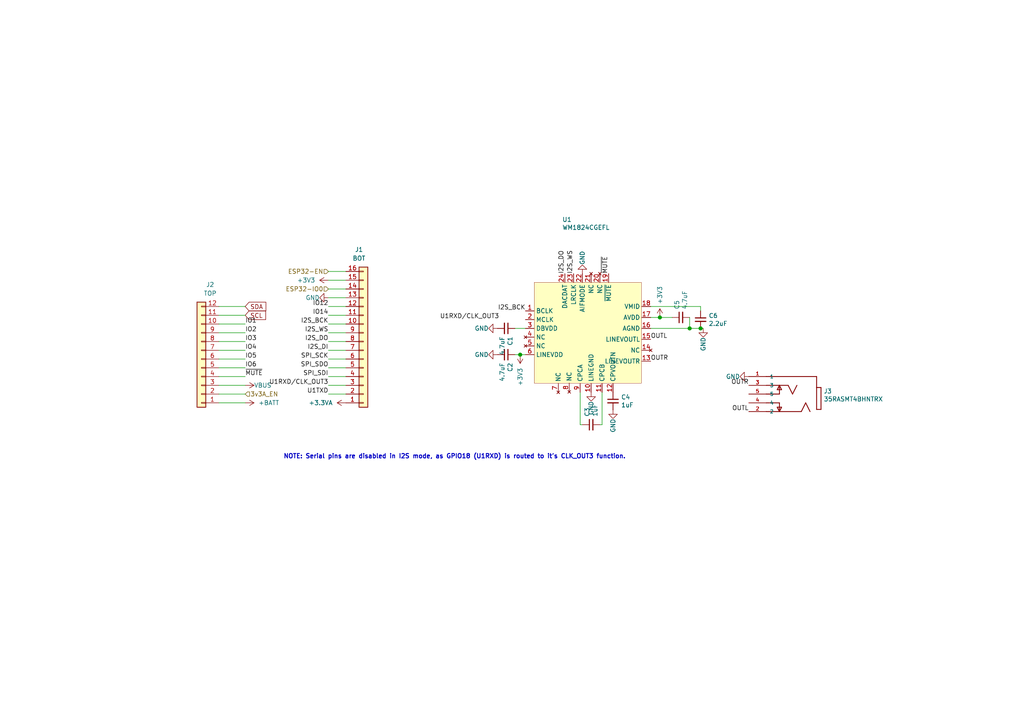
<source format=kicad_sch>
(kicad_sch (version 20210406) (generator eeschema)
  (paper "A4")
  (lib_symbols
    (symbol "35RASMT4BHNTRX:35RASMT4BHNTRX" (pin_names (offset 1.016))
      (property "Reference" "J" (at -22.86 7.62 0))
      (property "Value" "35RASMT4BHNTRX" (at -22.8854 -7.62 0))
      (symbol "35RASMT4BHNTRX_0_0"
        (polyline (pts (xy -20.955 -1.905) (xy -19.685 -1.905)) (stroke (width 0.254)))
        (polyline (pts (xy -20.955 4.445) (xy -20.955 -1.905)) (stroke (width 0.254)))
        (polyline (pts (xy -19.685 -5.08) (xy -19.685 -1.905)) (stroke (width 0.254)))
        (polyline (pts (xy -19.685 -1.905) (xy -19.685 4.445)) (stroke (width 0.254)))
        (polyline (pts (xy -19.685 4.445) (xy -20.955 4.445)) (stroke (width 0.254)))
        (polyline (pts (xy -16.51 2.54) (xy -17.78 5.08)) (stroke (width 0.254)))
        (polyline (pts (xy -15.24 5.08) (xy -16.51 2.54)) (stroke (width 0.254)))
        (polyline (pts (xy -12.7 0) (xy -13.97 -2.54)) (stroke (width 0.254)))
        (polyline (pts (xy -11.43 -2.54) (xy -12.7 0)) (stroke (width 0.254)))
        (polyline (pts (xy -9.525 -1.27) (xy -8.255 -1.27)) (stroke (width 0.254)))
        (polyline (pts (xy -9.525 3.81) (xy -8.255 3.81)) (stroke (width 0.254)))
        (polyline (pts (xy -8.89 -2.54) (xy -11.43 -2.54)) (stroke (width 0.254)))
        (polyline (pts (xy -8.89 -2.54) (xy -9.525 -1.27)) (stroke (width 0.254)))
        (polyline (pts (xy -8.89 0) (xy -8.89 -2.54)) (stroke (width 0.254)))
        (polyline (pts (xy -8.89 2.54) (xy -8.89 5.08)) (stroke (width 0.254)))
        (polyline (pts (xy -8.89 5.08) (xy -15.24 5.08)) (stroke (width 0.254)))
        (polyline (pts (xy -8.89 5.08) (xy -9.525 3.81)) (stroke (width 0.254)))
        (polyline (pts (xy -8.255 -1.27) (xy -8.89 -2.54)) (stroke (width 0.254)))
        (polyline (pts (xy -8.255 3.81) (xy -8.89 5.08)) (stroke (width 0.254)))
        (polyline (pts (xy -5.08 -5.08) (xy -19.685 -5.08)) (stroke (width 0.254)))
        (polyline (pts (xy -5.08 -2.54) (xy -8.89 -2.54)) (stroke (width 0.254)))
        (polyline (pts (xy -5.08 0) (xy -8.89 0)) (stroke (width 0.254)))
        (polyline (pts (xy -5.08 2.54) (xy -8.89 2.54)) (stroke (width 0.254)))
        (polyline (pts (xy -5.08 5.08) (xy -8.89 5.08)) (stroke (width 0.254)))
        (pin passive line (at 0 -5.08 180) (length 5.08) (name "1") (number "1"))
        (pin passive line (at 0 5.08 180) (length 5.08) (name "2") (number "2"))
        (pin passive line (at 0 -2.54 180) (length 5.08) (name "3") (number "3"))
        (pin passive line (at 0 2.54 180) (length 5.08) (name "4") (number "4"))
        (pin passive line (at 0 0 180) (length 5.08) (name "5") (number "5"))
      )
    )
    (symbol "Connector_Generic:Conn_01x12" (pin_names (offset 1.016) hide)
      (property "Reference" "J" (at 0 15.24 0))
      (property "Value" "Conn_01x12" (at 0 -17.78 0))
      (symbol "Conn_01x12_1_1"
        (rectangle (start -1.27 -15.113) (end 0 -15.367) (stroke (width 0.1524)))
        (rectangle (start -1.27 -12.573) (end 0 -12.827) (stroke (width 0.1524)))
        (rectangle (start -1.27 -10.033) (end 0 -10.287) (stroke (width 0.1524)))
        (rectangle (start -1.27 -7.493) (end 0 -7.747) (stroke (width 0.1524)))
        (rectangle (start -1.27 -4.953) (end 0 -5.207) (stroke (width 0.1524)))
        (rectangle (start -1.27 -2.413) (end 0 -2.667) (stroke (width 0.1524)))
        (rectangle (start -1.27 0.127) (end 0 -0.127) (stroke (width 0.1524)))
        (rectangle (start -1.27 2.667) (end 0 2.413) (stroke (width 0.1524)))
        (rectangle (start -1.27 5.207) (end 0 4.953) (stroke (width 0.1524)))
        (rectangle (start -1.27 7.747) (end 0 7.493) (stroke (width 0.1524)))
        (rectangle (start -1.27 10.287) (end 0 10.033) (stroke (width 0.1524)))
        (rectangle (start -1.27 12.827) (end 0 12.573) (stroke (width 0.1524)))
        (rectangle (start -1.27 13.97) (end 1.27 -16.51) (stroke (width 0.254)) (fill (type background)))
        (pin passive line (at -5.08 12.7 0) (length 3.81) (name "Pin_1") (number "1"))
        (pin passive line (at -5.08 -10.16 0) (length 3.81) (name "Pin_10") (number "10"))
        (pin passive line (at -5.08 -12.7 0) (length 3.81) (name "Pin_11") (number "11"))
        (pin passive line (at -5.08 -15.24 0) (length 3.81) (name "Pin_12") (number "12"))
        (pin passive line (at -5.08 10.16 0) (length 3.81) (name "Pin_2") (number "2"))
        (pin passive line (at -5.08 7.62 0) (length 3.81) (name "Pin_3") (number "3"))
        (pin passive line (at -5.08 5.08 0) (length 3.81) (name "Pin_4") (number "4"))
        (pin passive line (at -5.08 2.54 0) (length 3.81) (name "Pin_5") (number "5"))
        (pin passive line (at -5.08 0 0) (length 3.81) (name "Pin_6") (number "6"))
        (pin passive line (at -5.08 -2.54 0) (length 3.81) (name "Pin_7") (number "7"))
        (pin passive line (at -5.08 -5.08 0) (length 3.81) (name "Pin_8") (number "8"))
        (pin passive line (at -5.08 -7.62 0) (length 3.81) (name "Pin_9") (number "9"))
      )
    )
    (symbol "Connector_Generic:Conn_01x16" (pin_names (offset 1.016) hide)
      (property "Reference" "J" (at 0 20.32 0))
      (property "Value" "Conn_01x16" (at 0 -22.86 0))
      (symbol "Conn_01x16_1_1"
        (rectangle (start -1.27 -20.193) (end 0 -20.447) (stroke (width 0.1524)))
        (rectangle (start -1.27 -17.653) (end 0 -17.907) (stroke (width 0.1524)))
        (rectangle (start -1.27 -15.113) (end 0 -15.367) (stroke (width 0.1524)))
        (rectangle (start -1.27 -12.573) (end 0 -12.827) (stroke (width 0.1524)))
        (rectangle (start -1.27 -10.033) (end 0 -10.287) (stroke (width 0.1524)))
        (rectangle (start -1.27 -7.493) (end 0 -7.747) (stroke (width 0.1524)))
        (rectangle (start -1.27 -4.953) (end 0 -5.207) (stroke (width 0.1524)))
        (rectangle (start -1.27 -2.413) (end 0 -2.667) (stroke (width 0.1524)))
        (rectangle (start -1.27 0.127) (end 0 -0.127) (stroke (width 0.1524)))
        (rectangle (start -1.27 2.667) (end 0 2.413) (stroke (width 0.1524)))
        (rectangle (start -1.27 5.207) (end 0 4.953) (stroke (width 0.1524)))
        (rectangle (start -1.27 7.747) (end 0 7.493) (stroke (width 0.1524)))
        (rectangle (start -1.27 10.287) (end 0 10.033) (stroke (width 0.1524)))
        (rectangle (start -1.27 12.827) (end 0 12.573) (stroke (width 0.1524)))
        (rectangle (start -1.27 15.367) (end 0 15.113) (stroke (width 0.1524)))
        (rectangle (start -1.27 17.907) (end 0 17.653) (stroke (width 0.1524)))
        (rectangle (start -1.27 19.05) (end 1.27 -21.59) (stroke (width 0.254)) (fill (type background)))
        (pin passive line (at -5.08 17.78 0) (length 3.81) (name "Pin_1") (number "1"))
        (pin passive line (at -5.08 -5.08 0) (length 3.81) (name "Pin_10") (number "10"))
        (pin passive line (at -5.08 -7.62 0) (length 3.81) (name "Pin_11") (number "11"))
        (pin passive line (at -5.08 -10.16 0) (length 3.81) (name "Pin_12") (number "12"))
        (pin passive line (at -5.08 -12.7 0) (length 3.81) (name "Pin_13") (number "13"))
        (pin passive line (at -5.08 -15.24 0) (length 3.81) (name "Pin_14") (number "14"))
        (pin passive line (at -5.08 -17.78 0) (length 3.81) (name "Pin_15") (number "15"))
        (pin passive line (at -5.08 -20.32 0) (length 3.81) (name "Pin_16") (number "16"))
        (pin passive line (at -5.08 15.24 0) (length 3.81) (name "Pin_2") (number "2"))
        (pin passive line (at -5.08 12.7 0) (length 3.81) (name "Pin_3") (number "3"))
        (pin passive line (at -5.08 10.16 0) (length 3.81) (name "Pin_4") (number "4"))
        (pin passive line (at -5.08 7.62 0) (length 3.81) (name "Pin_5") (number "5"))
        (pin passive line (at -5.08 5.08 0) (length 3.81) (name "Pin_6") (number "6"))
        (pin passive line (at -5.08 2.54 0) (length 3.81) (name "Pin_7") (number "7"))
        (pin passive line (at -5.08 0 0) (length 3.81) (name "Pin_8") (number "8"))
        (pin passive line (at -5.08 -2.54 0) (length 3.81) (name "Pin_9") (number "9"))
      )
    )
    (symbol "Device:C_Small" (pin_numbers hide) (pin_names (offset 0.254) hide)
      (property "Reference" "C" (at 0.254 1.778 0))
      (property "Value" "C_Small" (at 0.254 -2.032 0))
      (symbol "C_Small_0_1"
        (polyline (pts (xy -1.524 -0.508) (xy 1.524 -0.508)) (stroke (width 0.3302)))
        (polyline (pts (xy -1.524 0.508) (xy 1.524 0.508)) (stroke (width 0.3048)))
      )
      (symbol "C_Small_1_1"
        (pin passive line (at 0 2.54 270) (length 2.032) (name "~") (number "1"))
        (pin passive line (at 0 -2.54 90) (length 2.032) (name "~") (number "2"))
      )
    )
    (symbol "WM1824CGEFL:WM1824CGEFL"
      (property "Reference" "U" (at 0 32.258 0))
      (property "Value" "WM1824CGEFL" (at 0 30.353 0))
      (symbol "WM1824CGEFL_0_1"
        (rectangle (start -15.24 14.605) (end 15.875 -14.605) (stroke (width 0.001)) (fill (type background)))
      )
      (symbol "WM1824CGEFL_1_1"
        (pin input line (at -17.78 6.35 0) (length 2.54) (name "BCLK") (number "1"))
        (pin input line (at 1.27 -17.272 90) (length 2.54) (name "LINEGND") (number "10"))
        (pin input line (at 4.445 -17.272 90) (length 2.54) (name "CPCB") (number "11"))
        (pin input line (at 7.62 -17.272 90) (length 2.54) (name "CPVOUTN") (number "12"))
        (pin input line (at 18.542 -8.255 180) (length 2.54) (name "LINEVOUTR") (number "13"))
        (pin no_connect line (at 18.542 -5.08 180) (length 2.54) (name "NC") (number "14"))
        (pin input line (at 18.542 -1.905 180) (length 2.54) (name "LINEVOUTL") (number "15"))
        (pin input line (at 18.542 1.27 180) (length 2.54) (name "AGND") (number "16"))
        (pin input line (at 18.542 4.445 180) (length 2.54) (name "AVDD") (number "17"))
        (pin input line (at 18.542 7.62 180) (length 2.54) (name "VMID") (number "18"))
        (pin input line (at 6.35 17.145 270) (length 2.54) (name "~MUTE") (number "19"))
        (pin input line (at -17.78 3.81 0) (length 2.54) (name "MCLK") (number "2"))
        (pin no_connect line (at 3.81 17.145 270) (length 2.54) (name "NC") (number "20"))
        (pin no_connect line (at 1.27 17.145 270) (length 2.54) (name "NC") (number "21"))
        (pin input line (at -1.27 17.145 270) (length 2.54) (name "AIFMODE") (number "22"))
        (pin input line (at -3.81 17.145 270) (length 2.54) (name "LRCLK") (number "23"))
        (pin input line (at -6.35 17.145 270) (length 2.54) (name "DACDAT") (number "24"))
        (pin input line (at -17.78 1.27 0) (length 2.54) (name "DBVDD") (number "3"))
        (pin no_connect line (at -17.78 -1.27 0) (length 2.54) (name "NC") (number "4"))
        (pin no_connect line (at -17.78 -3.81 0) (length 2.54) (name "NC") (number "5"))
        (pin input line (at -17.78 -6.35 0) (length 2.54) (name "LINEVDD") (number "6"))
        (pin no_connect line (at -8.255 -17.272 90) (length 2.54) (name "NC") (number "7"))
        (pin no_connect line (at -5.08 -17.145 90) (length 2.54) (name "NC") (number "8"))
        (pin input line (at -1.905 -17.272 90) (length 2.54) (name "CPCA") (number "9"))
      )
    )
    (symbol "power:+3.3VA" (power) (pin_names (offset 0))
      (property "Value" "+3.3VA" (at 0 3.556 0))
      (symbol "+3.3VA_0_1"
        (polyline (pts (xy -0.762 1.27) (xy 0 2.54)))
        (polyline (pts (xy 0 0) (xy 0 2.54)))
        (polyline (pts (xy 0 2.54) (xy 0.762 1.27)))
      )
      (symbol "+3.3VA_1_1"
        (pin power_in line (at 0 0 90) (length 0) hide (name "+3.3VA") (number "1"))
      )
    )
    (symbol "power:+3V3" (power) (pin_names (offset 0))
      (property "Value" "+3V3" (at 0 3.556 0))
      (symbol "+3V3_0_1"
        (polyline (pts (xy -0.762 1.27) (xy 0 2.54)))
        (polyline (pts (xy 0 0) (xy 0 2.54)))
        (polyline (pts (xy 0 2.54) (xy 0.762 1.27)))
      )
      (symbol "+3V3_1_1"
        (pin power_in line (at 0 0 90) (length 0) hide (name "+3V3") (number "1"))
      )
    )
    (symbol "power:+BATT" (power) (pin_names (offset 0))
      (property "Value" "+BATT" (at 0 3.556 0))
      (symbol "+BATT_0_1"
        (polyline (pts (xy -0.762 1.27) (xy 0 2.54)))
        (polyline (pts (xy 0 0) (xy 0 2.54)))
        (polyline (pts (xy 0 2.54) (xy 0.762 1.27)))
      )
      (symbol "+BATT_1_1"
        (pin power_in line (at 0 0 90) (length 0) hide (name "+BATT") (number "1"))
      )
    )
    (symbol "power:GND" (power) (pin_names (offset 0))
      (property "Value" "GND" (at 0 -3.81 0))
      (symbol "GND_0_1"
        (polyline (pts (xy 0 0) (xy 0 -1.27) (xy 1.27 -1.27) (xy 0 -2.54) (xy -1.27 -1.27) (xy 0 -1.27)))
      )
      (symbol "GND_1_1"
        (pin power_in line (at 0 0 270) (length 0) hide (name "GND") (number "1"))
      )
    )
    (symbol "power:VBUS" (power) (pin_names (offset 0))
      (property "Value" "VBUS" (at 0 3.81 0))
      (symbol "VBUS_0_1"
        (polyline (pts (xy -0.762 1.27) (xy 0 2.54)))
        (polyline (pts (xy 0 0) (xy 0 2.54)))
        (polyline (pts (xy 0 2.54) (xy 0.762 1.27)))
      )
      (symbol "VBUS_1_1"
        (pin power_in line (at 0 0 90) (length 0) hide (name "VBUS") (number "1"))
      )
    )
  )
  (junction (at 150.876 102.87) (diameter 1.016))
  (junction (at 191.389 92.075) (diameter 1.016))
  (junction (at 200.025 95.25) (diameter 1.016))
  (junction (at 203.2 95.25) (diameter 1.016))
  (wire (pts (xy 63.5 88.9) (xy 71.12 88.9)))
  (wire (pts (xy 63.5 91.44) (xy 71.12 91.44)))
  (wire (pts (xy 63.5 93.98) (xy 71.12 93.98)))
  (wire (pts (xy 63.5 96.52) (xy 71.12 96.52)))
  (wire (pts (xy 63.5 99.06) (xy 71.12 99.06)))
  (wire (pts (xy 63.5 101.6) (xy 71.12 101.6)))
  (wire (pts (xy 63.5 104.14) (xy 71.12 104.14)))
  (wire (pts (xy 63.5 106.68) (xy 71.12 106.68)))
  (wire (pts (xy 63.5 109.22) (xy 71.12 109.22)))
  (wire (pts (xy 63.5 114.3) (xy 71.12 114.3)))
  (wire (pts (xy 71.12 111.76) (xy 63.5 111.76)))
  (wire (pts (xy 71.12 116.84) (xy 63.5 116.84)))
  (wire (pts (xy 95.25 78.74) (xy 100.33 78.74)))
  (wire (pts (xy 95.25 81.28) (xy 100.33 81.28)))
  (wire (pts (xy 95.25 83.82) (xy 100.33 83.82)))
  (wire (pts (xy 95.25 86.36) (xy 100.33 86.36)))
  (wire (pts (xy 95.25 88.9) (xy 100.33 88.9)))
  (wire (pts (xy 95.25 91.44) (xy 100.33 91.44)))
  (wire (pts (xy 95.25 93.98) (xy 100.33 93.98)))
  (wire (pts (xy 95.25 96.52) (xy 100.33 96.52)))
  (wire (pts (xy 95.25 99.06) (xy 100.33 99.06)))
  (wire (pts (xy 95.25 101.6) (xy 100.33 101.6)))
  (wire (pts (xy 95.25 104.14) (xy 100.33 104.14)))
  (wire (pts (xy 95.25 106.68) (xy 100.33 106.68)))
  (wire (pts (xy 95.25 109.22) (xy 100.33 109.22)))
  (wire (pts (xy 95.25 111.76) (xy 100.33 111.76)))
  (wire (pts (xy 95.25 114.3) (xy 100.33 114.3)))
  (wire (pts (xy 149.352 95.25) (xy 152.4 95.25)))
  (wire (pts (xy 149.352 102.87) (xy 150.876 102.87)))
  (wire (pts (xy 150.876 102.87) (xy 152.4 102.87)))
  (wire (pts (xy 168.275 113.792) (xy 168.275 123.19)))
  (wire (pts (xy 168.275 123.19) (xy 168.91 123.19)))
  (wire (pts (xy 173.99 123.19) (xy 174.625 123.19)))
  (wire (pts (xy 174.625 113.792) (xy 174.625 123.19)))
  (wire (pts (xy 188.722 88.9) (xy 203.2 88.9)))
  (wire (pts (xy 188.722 92.075) (xy 191.389 92.075)))
  (wire (pts (xy 188.722 95.25) (xy 200.025 95.25)))
  (wire (pts (xy 191.389 92.075) (xy 194.945 92.075)))
  (wire (pts (xy 200.025 92.075) (xy 200.025 95.25)))
  (wire (pts (xy 200.025 95.25) (xy 203.2 95.25)))
  (wire (pts (xy 203.2 88.9) (xy 203.2 90.17)))
  (wire (pts (xy 203.2 95.25) (xy 203.962 95.25)))
  (text "NOTE: Serial pins are disabled in I2S mode, as GPIO18 (U1RXD) is routed to it's CLK_OUT3 function." (at 82.169 133.223 0) (effects (font (size 1.27 1.27) (thickness 0.254) bold) (justify left bottom)))
  (label "IO1" (at 71.12 93.98 0))
  (label "IO2" (at 71.12 96.52 0))
  (label "IO3" (at 71.12 99.06 0))
  (label "IO4" (at 71.12 101.6 0))
  (label "IO5" (at 71.12 104.14 0))
  (label "IO6" (at 71.12 106.68 0))
  (label "~MUTE" (at 71.12 109.22 0))
  (label "IO12" (at 95.25 88.9 180))
  (label "IO14" (at 95.25 91.44 180))
  (label "I2S_BCK" (at 95.25 93.98 180))
  (label "I2S_WS" (at 95.25 96.52 180))
  (label "I2S_DO" (at 95.25 99.06 180))
  (label "I2S_DI" (at 95.25 101.6 180))
  (label "SPI_SCK" (at 95.25 104.14 180))
  (label "SPI_SDO" (at 95.25 106.68 180))
  (label "SPI_SDI" (at 95.25 109.22 180))
  (label "U1RXD{slash}CLK_OUT3" (at 95.25 111.76 180))
  (label "U1TXD" (at 95.25 114.3 180))
  (label "U1RXD{slash}CLK_OUT3" (at 144.78 92.71 180))
  (label "I2S_BCK" (at 152.4 90.17 180))
  (label "I2S_DO" (at 163.83 79.375 90))
  (label "I2S_WS" (at 166.37 79.375 90))
  (label "~MUTE" (at 176.53 79.375 90))
  (label "OUTL" (at 188.722 98.425 0))
  (label "OUTR" (at 188.722 104.775 0))
  (label "OUTR" (at 217.17 111.76 180))
  (label "OUTL" (at 217.17 119.38 180))
  (global_label "SDA" (shape input) (at 71.12 88.9 0) (property "Intersheet References" "${INTERSHEET_REFS}" (effects hide)))
  (global_label "SCL" (shape input) (at 71.12 91.44 0) (property "Intersheet References" "${INTERSHEET_REFS}" (effects hide)))
  (hierarchical_label "3v3A_EN" (shape input) (at 71.12 114.3 0))
  (hierarchical_label "ESP32-EN" (shape input) (at 95.25 78.74 180))
  (hierarchical_label "ESP32-IO0" (shape input) (at 95.25 83.82 180))
  (symbol (lib_id "power:VBUS") (at 71.12 111.76 270) (unit 1)
    (property "Reference" "#PWR0105" (effects hide))
    (property "Value" "VBUS" (at 73.66 111.76 90) (effects (justify left)))
  )
  (symbol (lib_id "power:+BATT") (at 71.12 116.84 270) (unit 1)
    (property "Reference" "#PWR0101" (effects hide))
    (property "Value" "+BATT" (at 74.93 116.84 90) (effects (justify left)))
  )
  (symbol (lib_id "power:+3V3") (at 95.25 81.28 90) (unit 1)
    (property "Reference" "#PWR0104" (effects hide))
    (property "Value" "+3V3" (at 91.44 81.28 90) (effects (justify left)))
  )
  (symbol (lib_id "power:+3.3VA") (at 100.33 116.84 90) (unit 1)
    (property "Reference" "#PWR0102" (effects hide))
    (property "Value" "+3.3VA" (at 96.52 116.84 90) (effects (justify left)))
  )
  (symbol (lib_id "power:+3V3") (at 150.876 102.87 180) (unit 1)
    (property "Reference" "#PWR0114" (effects hide))
    (property "Value" "+3V3" (at 150.876 106.68 90) (effects (justify left)))
  )
  (symbol (lib_id "power:+3V3") (at 191.389 92.075 0) (unit 1)
    (property "Reference" "#PWR0113" (effects hide))
    (property "Value" "+3V3" (at 191.389 88.265 90) (effects (justify left)))
  )
  (symbol (lib_id "power:GND") (at 95.25 86.36 270) (unit 1)
    (property "Reference" "#PWR0103" (effects hide))
    (property "Value" "GND" (at 92.71 86.36 90) (effects (justify right)))
  )
  (symbol (lib_id "power:GND") (at 144.272 95.25 270) (unit 1)
    (property "Reference" "#PWR0109" (effects hide))
    (property "Value" "GND" (at 141.732 95.25 90) (effects (justify right)))
  )
  (symbol (lib_id "power:GND") (at 144.272 102.87 270) (unit 1)
    (property "Reference" "#PWR0110" (effects hide))
    (property "Value" "GND" (at 141.732 102.87 90) (effects (justify right)))
  )
  (symbol (lib_id "power:GND") (at 168.91 79.375 180) (unit 1)
    (property "Reference" "#PWR0108" (effects hide))
    (property "Value" "GND" (at 168.91 76.835 90) (effects (justify right)))
  )
  (symbol (lib_id "power:GND") (at 171.45 113.792 0) (unit 1)
    (property "Reference" "#PWR0107" (effects hide))
    (property "Value" "GND" (at 171.45 116.332 90) (effects (justify right)))
  )
  (symbol (lib_id "power:GND") (at 177.8 118.872 0) (unit 1)
    (property "Reference" "#PWR0106" (effects hide))
    (property "Value" "GND" (at 177.8 121.412 90) (effects (justify right)))
  )
  (symbol (lib_id "power:GND") (at 203.962 95.25 0) (unit 1)
    (property "Reference" "#PWR0111" (effects hide))
    (property "Value" "GND" (at 203.962 97.79 90) (effects (justify right)))
  )
  (symbol (lib_id "power:GND") (at 217.17 109.22 270) (unit 1)
    (property "Reference" "#PWR0112" (effects hide))
    (property "Value" "GND" (at 214.63 109.22 90) (effects (justify right)))
  )
  (symbol (lib_id "Device:C_Small") (at 146.812 95.25 270) (unit 1)
    (property "Reference" "C1" (at 147.9614 97.5742 0) (effects (justify left)))
    (property "Value" "4.7uF" (at 145.663 97.574 0) (effects (justify left)))
    (property "Footprint" "Capacitor_SMD:C_0805_2012Metric_Pad1.15x1.40mm_HandSolder" (effects hide))
  )
  (symbol (lib_id "Device:C_Small") (at 146.812 102.87 270) (unit 1)
    (property "Reference" "C2" (at 147.9614 105.1942 0) (effects (justify left)))
    (property "Value" "4.7uF" (at 145.663 105.194 0) (effects (justify left)))
    (property "Footprint" "Capacitor_SMD:C_0805_2012Metric_Pad1.15x1.40mm_HandSolder" (effects hide))
  )
  (symbol (lib_id "Device:C_Small") (at 171.45 123.19 90) (unit 1)
    (property "Reference" "C3" (at 170.3006 120.8658 0) (effects (justify left)))
    (property "Value" "1uF" (at 172.599 120.866 0) (effects (justify left)))
    (property "Footprint" "Capacitor_SMD:C_0805_2012Metric_Pad1.15x1.40mm_HandSolder" (effects hide))
  )
  (symbol (lib_id "Device:C_Small") (at 177.8 116.332 0) (unit 1)
    (property "Reference" "C4" (at 180.1242 115.1826 0) (effects (justify left)))
    (property "Value" "1uF" (at 180.124 117.481 0) (effects (justify left)))
    (property "Footprint" "Capacitor_SMD:C_0805_2012Metric_Pad1.15x1.40mm_HandSolder" (effects hide))
  )
  (symbol (lib_id "Device:C_Small") (at 197.485 92.075 90) (unit 1)
    (property "Reference" "C5" (at 196.3356 89.7508 0) (effects (justify left)))
    (property "Value" "4.7uF" (at 198.634 89.751 0) (effects (justify left)))
    (property "Footprint" "Capacitor_SMD:C_0805_2012Metric_Pad1.15x1.40mm_HandSolder" (effects hide))
  )
  (symbol (lib_id "Device:C_Small") (at 203.2 92.71 0) (unit 1)
    (property "Reference" "C6" (at 205.5242 91.5606 0) (effects (justify left)))
    (property "Value" "2.2uF" (at 205.524 93.859 0) (effects (justify left)))
    (property "Footprint" "Capacitor_SMD:C_0805_2012Metric_Pad1.15x1.40mm_HandSolder" (effects hide))
  )
  (symbol (lib_id "Connector_Generic:Conn_01x12") (at 58.42 104.14 180) (unit 1)
    (property "Reference" "J2" (at 60.96 82.55 0))
    (property "Value" "TOP" (at 60.96 85.09 0))
    (property "Footprint" "Footprints:RoundPinHeader_1x12" (effects hide))
  )
  (symbol (lib_id "35RASMT4BHNTRX:35RASMT4BHNTRX") (at 217.17 114.3 180) (unit 1)
    (property "Reference" "J3" (at 238.8871 113.4554 0) (effects (justify right)))
    (property "Value" "35RASMT4BHNTRX" (at 238.8871 115.7541 0) (effects (justify right)))
    (property "Footprint" "SWITCHCRAFT_35RASMT4BHNTRX" (effects hide))
    (property "MANUFACTURER" "Switchcraft Inc" (effects hide))
  )
  (symbol (lib_id "Connector_Generic:Conn_01x16") (at 105.41 99.06 0) (mirror x) (unit 1)
    (property "Reference" "J1" (at 104.14 72.39 0))
    (property "Value" "BOT" (at 104.14 74.93 0))
    (property "Footprint" "Footprints:RoundPinHeader_1x16" (effects hide))
  )
  (symbol (lib_id "WM1824CGEFL:WM1824CGEFL") (at 170.18 96.52 0) (unit 1)
    (property "Reference" "U1" (at 163.0681 63.6841 0) (effects (justify left)))
    (property "Value" "WM1824CGEFL" (at 163.0681 65.9828 0) (effects (justify left)))
    (property "Footprint" "Package_DFN_QFN:QFN-24-1EP_4x4mm_P0.5mm_EP2.6x2.6mm" (effects hide))
  )
)
</source>
